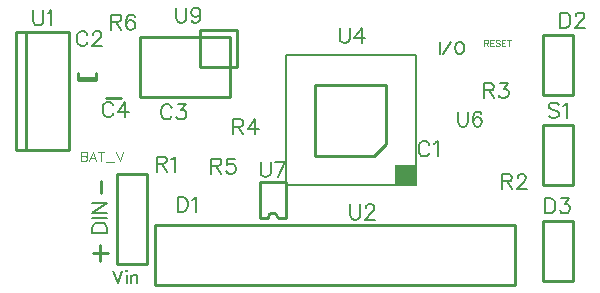
<source format=gbr>
G04 DipTrace 3.0.0.2*
G04 TopSilk.gbr*
%MOIN*%
G04 #@! TF.FileFunction,Legend,Top*
G04 #@! TF.Part,Single*
%ADD10C,0.009843*%
%ADD44C,0.005*%
%ADD75C,0.00772*%
%ADD76C,0.006176*%
%ADD77C,0.003088*%
%ADD79C,0.003281*%
%ADD80C,0.009264*%
%ADD81C,0.010807*%
%FSLAX26Y26*%
G04*
G70*
G90*
G75*
G01*
G04 TopSilk*
%LPD*%
X693944Y1139366D2*
D10*
X631014D1*
X693944Y1131917D2*
X631014D1*
X693944D2*
Y1155476D1*
X631014Y1131917D2*
Y1155476D1*
X775559Y1071186D2*
X724417D1*
X2281404Y1281310D2*
X2181399D1*
Y1081286D1*
X2281404D1*
Y1281310D1*
X2181219Y462411D2*
X2281224D1*
Y662434D1*
X2181219D1*
Y462411D1*
X762484Y518758D2*
X862486D1*
Y818720D1*
X762484D1*
Y518758D1*
X2181219Y781161D2*
X2281224D1*
Y981185D1*
X2181219D1*
Y781161D1*
X424921Y896823D2*
X602087D1*
Y1290524D1*
X424921D1*
Y896823D1*
X460354D2*
Y1290524D1*
X887474Y649921D2*
Y449921D1*
X2087474Y649921D2*
Y449921D1*
X887474D1*
X2087474Y649921D2*
X887474D1*
X1757516Y1214294D2*
D44*
X1324445D1*
Y781223D1*
X1757516D1*
Y1214294D1*
G36*
Y781223D2*
X1690606D1*
Y848132D1*
X1757516D1*
Y781223D1*
G37*
X1619713Y879660D2*
D10*
X1422882D1*
Y1115857D1*
X1659079D1*
Y919026D1*
X1619713Y879660D1*
X1325506Y673077D2*
Y791198D1*
X1238872Y673077D2*
Y791198D1*
X1325506D2*
X1238872D1*
X1325506Y673077D2*
X1297945D1*
X1266433D2*
X1238872D1*
X1297945D2*
G03X1266433Y673077I-15756J-10D01*
G01*
X837469Y1274926D2*
X1137478D1*
Y1074924D1*
X837469D1*
Y1274926D1*
X1037475Y1299924D2*
X1162471D1*
Y1174914D1*
X1037475D1*
Y1299924D1*
X1803383Y915343D2*
D75*
X1801006Y920096D1*
X1796198Y924904D1*
X1791444Y927281D1*
X1781883D1*
X1777074Y924904D1*
X1772321Y920096D1*
X1769889Y915343D1*
X1767513Y908158D1*
Y896164D1*
X1769889Y889034D1*
X1772321Y884226D1*
X1777074Y879473D1*
X1781883Y877041D1*
X1791444D1*
X1796198Y879473D1*
X1801006Y884226D1*
X1803383Y889034D1*
X1818822Y917664D2*
X1823630Y920096D1*
X1830815Y927226D1*
Y877041D1*
X663924Y1283226D2*
X661547Y1287979D1*
X656739Y1292787D1*
X651986Y1295164D1*
X642424D1*
X637616Y1292787D1*
X632863Y1287979D1*
X630431Y1283226D1*
X628054Y1276041D1*
Y1264047D1*
X630431Y1256917D1*
X632863Y1252109D1*
X637616Y1247356D1*
X642424Y1244924D1*
X651986D1*
X656739Y1247356D1*
X661547Y1252109D1*
X663924Y1256917D1*
X681795Y1283170D2*
Y1285547D1*
X684172Y1290356D1*
X686548Y1292732D1*
X691357Y1295109D1*
X700918D1*
X705672Y1292732D1*
X708048Y1290356D1*
X710480Y1285547D1*
Y1280794D1*
X708048Y1275985D1*
X703295Y1268856D1*
X679363Y1244924D1*
X712857D1*
X944756Y1038387D2*
X942379Y1043140D1*
X937571Y1047949D1*
X932818Y1050325D1*
X923256D1*
X918448Y1047949D1*
X913695Y1043140D1*
X911263Y1038387D1*
X908886Y1031202D1*
Y1019209D1*
X911263Y1012079D1*
X913695Y1007270D1*
X918448Y1002517D1*
X923256Y1000085D1*
X932818D1*
X937571Y1002517D1*
X942379Y1007270D1*
X944756Y1012079D1*
X965004Y1050270D2*
X991257D1*
X976942Y1031147D1*
X984127D1*
X988880Y1028770D1*
X991257Y1026394D1*
X993689Y1019209D1*
Y1014455D1*
X991257Y1007270D1*
X986504Y1002462D1*
X979319Y1000085D1*
X972134D1*
X965004Y1002462D1*
X962627Y1004894D1*
X960195Y1009647D1*
X750245Y1047081D2*
X747868Y1051835D1*
X743060Y1056643D1*
X738307Y1059020D1*
X728745D1*
X723937Y1056643D1*
X719183Y1051835D1*
X716752Y1047081D1*
X714375Y1039896D1*
Y1027903D1*
X716752Y1020773D1*
X719183Y1015965D1*
X723937Y1011211D1*
X728745Y1008780D1*
X738307D1*
X743060Y1011211D1*
X747868Y1015965D1*
X750245Y1020773D1*
X789616Y1008780D2*
Y1058964D1*
X765684Y1025526D1*
X801554D1*
X964973Y741964D2*
Y691724D1*
X981719D1*
X988904Y694156D1*
X993713Y698910D1*
X996089Y703718D1*
X998466Y710848D1*
Y722841D1*
X996089Y730026D1*
X993713Y734779D1*
X988904Y739588D1*
X981719Y741964D1*
X964973D1*
X1013905Y732348D2*
X1018714Y734779D1*
X1025899Y741909D1*
Y691724D1*
X2240186Y1356391D2*
Y1306151D1*
X2256933D1*
X2264118Y1308583D1*
X2268926Y1313336D1*
X2271303Y1318144D1*
X2273679Y1325274D1*
Y1337268D1*
X2271303Y1344453D1*
X2268926Y1349206D1*
X2264118Y1354014D1*
X2256933Y1356391D1*
X2240186D1*
X2291550Y1344398D2*
Y1346774D1*
X2293927Y1351583D1*
X2296304Y1353959D1*
X2301112Y1356336D1*
X2310674D1*
X2315427Y1353959D1*
X2317803Y1351583D1*
X2320235Y1346774D1*
Y1342021D1*
X2317803Y1337212D1*
X2313050Y1330083D1*
X2289119Y1306151D1*
X2322612D1*
X2190011Y737516D2*
Y687276D1*
X2206758D1*
X2213943Y689708D1*
X2218752Y694461D1*
X2221128Y699269D1*
X2223505Y706399D1*
Y718392D1*
X2221128Y725577D1*
X2218752Y730331D1*
X2213943Y735139D1*
X2206758Y737516D1*
X2190011D1*
X2243752Y737460D2*
X2270006D1*
X2255691Y718337D1*
X2262876D1*
X2267629Y715961D1*
X2270006Y713584D1*
X2272437Y706399D1*
Y701646D1*
X2270006Y694461D1*
X2265252Y689652D1*
X2258067Y687276D1*
X2250882D1*
X2243752Y689652D1*
X2241376Y692084D1*
X2238944Y696837D1*
X894508Y852379D2*
X916008D1*
X923193Y854811D1*
X925625Y857188D1*
X928001Y861941D1*
Y866749D1*
X925625Y871503D1*
X923193Y873934D1*
X916008Y876311D1*
X894508D1*
Y826071D1*
X911255Y852379D2*
X928001Y826071D1*
X943441Y866694D2*
X948249Y869126D1*
X955434Y876256D1*
Y826071D1*
X2046164Y793900D2*
X2067664D1*
X2074849Y796332D1*
X2077280Y798709D1*
X2079657Y803462D1*
Y808270D1*
X2077280Y813024D1*
X2074849Y815455D1*
X2067664Y817832D1*
X2046164D1*
Y767592D1*
X2062910Y793900D2*
X2079657Y767592D1*
X2097528Y805838D2*
Y808215D1*
X2099905Y813024D1*
X2102281Y815400D1*
X2107090Y817777D1*
X2116651D1*
X2121405Y815400D1*
X2123781Y813024D1*
X2126213Y808215D1*
Y803462D1*
X2123781Y798653D1*
X2119028Y791524D1*
X2095096Y767592D1*
X2128590D1*
X1985487Y1097486D2*
X2006986D1*
X2014171Y1099917D1*
X2016603Y1102294D1*
X2018980Y1107047D1*
Y1111856D1*
X2016603Y1116609D1*
X2014171Y1119041D1*
X2006986Y1121417D1*
X1985487D1*
Y1071177D1*
X2002233Y1097486D2*
X2018980Y1071177D1*
X2039228Y1121362D2*
X2065481D1*
X2051166Y1102239D1*
X2058351D1*
X2063104Y1099862D1*
X2065481Y1097486D1*
X2067912Y1090301D1*
Y1085547D1*
X2065481Y1078362D1*
X2060727Y1073554D1*
X2053542Y1071177D1*
X2046357D1*
X2039228Y1073554D1*
X2036851Y1075986D1*
X2034419Y1080739D1*
X1150450Y976529D2*
X1171950D1*
X1179135Y978961D1*
X1181567Y981337D1*
X1183944Y986090D1*
Y990899D1*
X1181567Y995652D1*
X1179135Y998084D1*
X1171950Y1000461D1*
X1150450D1*
Y950221D1*
X1167197Y976529D2*
X1183944Y950221D1*
X1223315D2*
Y1000405D1*
X1199383Y966967D1*
X1235253D1*
X1076631Y845265D2*
X1098131D1*
X1105316Y847697D1*
X1107748Y850074D1*
X1110124Y854827D1*
Y859635D1*
X1107748Y864388D1*
X1105316Y866820D1*
X1098131Y869197D1*
X1076631D1*
Y818957D1*
X1093378Y845265D2*
X1110124Y818957D1*
X1154248Y869142D2*
X1130372D1*
X1127995Y847642D1*
X1130372Y850018D1*
X1137557Y852450D1*
X1144687D1*
X1151872Y850018D1*
X1156680Y845265D1*
X1159057Y838080D1*
Y833327D1*
X1156680Y826142D1*
X1151872Y821333D1*
X1144687Y818957D1*
X1137557D1*
X1130372Y821333D1*
X1127995Y823765D1*
X1125563Y828518D1*
X743456Y1325287D2*
X764956D1*
X772141Y1327719D1*
X774572Y1330096D1*
X776949Y1334849D1*
Y1339657D1*
X774572Y1344411D1*
X772141Y1346843D1*
X764956Y1349219D1*
X743456D1*
Y1298979D1*
X760202Y1325287D2*
X776949Y1298979D1*
X821073Y1342034D2*
X818697Y1346787D1*
X811512Y1349164D1*
X806758D1*
X799573Y1346787D1*
X794765Y1339602D1*
X792388Y1327664D1*
Y1315726D1*
X794765Y1306164D1*
X799573Y1301356D1*
X806758Y1298979D1*
X809135D1*
X816265Y1301356D1*
X821073Y1306164D1*
X823450Y1313349D1*
Y1315726D1*
X821073Y1322911D1*
X816265Y1327664D1*
X809135Y1330041D1*
X806758D1*
X799573Y1327664D1*
X794765Y1322911D1*
X792388Y1315726D1*
X2234255Y1049081D2*
X2229502Y1053890D1*
X2222316Y1056266D1*
X2212755D1*
X2205570Y1053890D1*
X2200761Y1049081D1*
Y1044328D1*
X2203193Y1039520D1*
X2205570Y1037143D1*
X2210323Y1034766D1*
X2224693Y1029958D1*
X2229502Y1027581D1*
X2231878Y1025150D1*
X2234255Y1020396D1*
Y1013211D1*
X2229502Y1008458D1*
X2222316Y1006026D1*
X2212755D1*
X2205570Y1008458D1*
X2200761Y1013211D1*
X2249694Y1046649D2*
X2254502Y1049081D1*
X2261687Y1056211D1*
Y1006026D1*
X483041Y1363747D2*
Y1327877D1*
X485417Y1320692D1*
X490226Y1315939D1*
X497411Y1313507D1*
X502164D1*
X509349Y1315939D1*
X514158Y1320692D1*
X516534Y1327877D1*
Y1363747D1*
X531973Y1354130D2*
X536782Y1356562D1*
X543967Y1363691D1*
Y1313507D1*
X1540021Y716894D2*
Y681024D1*
X1542397Y673839D1*
X1547206Y669085D1*
X1554391Y666654D1*
X1559144D1*
X1566329Y669085D1*
X1571137Y673839D1*
X1573514Y681024D1*
Y716894D1*
X1591385Y704900D2*
Y707277D1*
X1593762Y712085D1*
X1596138Y714462D1*
X1600947Y716838D1*
X1610508D1*
X1615262Y714462D1*
X1617638Y712085D1*
X1620070Y707277D1*
Y702524D1*
X1617638Y697715D1*
X1612885Y690585D1*
X1588953Y666654D1*
X1622447D1*
X1504830Y1306268D2*
Y1270398D1*
X1507206Y1263213D1*
X1512015Y1258460D1*
X1519200Y1256028D1*
X1523953D1*
X1531138Y1258460D1*
X1535946Y1263213D1*
X1538323Y1270398D1*
Y1306268D1*
X1577694Y1256028D2*
Y1306212D1*
X1553762Y1272774D1*
X1589632D1*
X1899347Y1026398D2*
Y990528D1*
X1901723Y983343D1*
X1906532Y978589D1*
X1913717Y976158D1*
X1918470D1*
X1925655Y978589D1*
X1930464Y983343D1*
X1932840Y990528D1*
Y1026398D1*
X1976964Y1019213D2*
X1974588Y1023966D1*
X1967403Y1026342D1*
X1962649D1*
X1955464Y1023966D1*
X1950656Y1016781D1*
X1948279Y1004842D1*
Y992904D1*
X1950656Y983343D1*
X1955464Y978534D1*
X1962649Y976158D1*
X1965026D1*
X1972156Y978534D1*
X1976964Y983343D1*
X1979341Y990528D1*
Y992904D1*
X1976964Y1000089D1*
X1972156Y1004842D1*
X1965026Y1007219D1*
X1962649D1*
X1955464Y1004842D1*
X1950656Y1000089D1*
X1948279Y992904D1*
X1240976Y858171D2*
Y822301D1*
X1243353Y815116D1*
X1248161Y810362D1*
X1255346Y807931D1*
X1260099D1*
X1267284Y810362D1*
X1272093Y815116D1*
X1274469Y822301D1*
Y858171D1*
X1299470Y807931D2*
X1323402Y858115D1*
X1289909D1*
X959945Y1373147D2*
Y1337277D1*
X962322Y1330092D1*
X967130Y1325339D1*
X974315Y1322907D1*
X979068D1*
X986253Y1325339D1*
X991062Y1330092D1*
X993438Y1337277D1*
Y1373147D1*
X1039994Y1356400D2*
X1037563Y1349215D1*
X1032809Y1344407D1*
X1025624Y1342030D1*
X1023248D1*
X1016063Y1344407D1*
X1011310Y1349215D1*
X1008878Y1356400D1*
Y1358777D1*
X1011310Y1365962D1*
X1016063Y1370715D1*
X1023248Y1373092D1*
X1025624D1*
X1032809Y1370715D1*
X1037563Y1365962D1*
X1039994Y1356400D1*
Y1344407D1*
X1037563Y1332469D1*
X1032809Y1325283D1*
X1025624Y1322907D1*
X1020871D1*
X1013686Y1325283D1*
X1011310Y1330092D1*
X749947Y495747D2*
D76*
X765246Y455555D1*
X780545Y495747D1*
X792896D2*
X794797Y493845D1*
X796743Y495747D1*
X794797Y497692D1*
X792896Y495747D1*
X794797Y482349D2*
Y455555D1*
X809094Y482349D2*
Y455555D1*
Y474700D2*
X814842Y480448D1*
X818689Y482349D1*
X824393D1*
X828240Y480448D1*
X830141Y474700D1*
Y455555D1*
X1986846Y1254772D2*
D77*
X1995446D1*
X1998320Y1255745D1*
X1999292Y1256696D1*
X2000243Y1258597D1*
Y1260520D1*
X1999292Y1262422D1*
X1998320Y1263394D1*
X1995446Y1264345D1*
X1986846D1*
Y1244249D1*
X1993544Y1254772D2*
X2000243Y1244249D1*
X2018843Y1264345D2*
X2006419D1*
Y1244249D1*
X2018843D1*
X2006419Y1254772D2*
X2014068D1*
X2038416Y1261471D2*
X2036515Y1263394D1*
X2033641Y1264345D1*
X2029816D1*
X2026942Y1263394D1*
X2025019Y1261471D1*
Y1259570D1*
X2025992Y1257646D1*
X2026942Y1256696D1*
X2028844Y1255745D1*
X2034592Y1253822D1*
X2036515Y1252871D1*
X2037466Y1251898D1*
X2038416Y1249997D1*
Y1247123D1*
X2036515Y1245222D1*
X2033641Y1244249D1*
X2029816D1*
X2026942Y1245222D1*
X2025019Y1247123D1*
X2057017Y1264345D2*
X2044592D1*
Y1244249D1*
X2057017D1*
X2044592Y1254772D2*
X2052241D1*
X2069891Y1264345D2*
Y1244249D1*
X2063192Y1264345D2*
X2076590D1*
X643727Y892164D2*
D79*
Y862020D1*
X656660D1*
X660971Y863479D1*
X662397Y864905D1*
X663823Y867757D1*
Y872068D1*
X662397Y874953D1*
X660971Y876379D1*
X656660Y877805D1*
X660971Y879264D1*
X662397Y880690D1*
X663823Y883542D1*
Y886427D1*
X662397Y889279D1*
X660971Y890738D1*
X656660Y892164D1*
X643727D1*
Y877805D2*
X656660D1*
X693366Y862020D2*
X681859Y892164D1*
X670385Y862020D1*
X674696Y872068D2*
X689055D1*
X709975Y892164D2*
Y862020D1*
X699927Y892164D2*
X720023D1*
X726585Y857046D2*
X753844D1*
X760406Y892164D2*
X771880Y862020D1*
X783354Y892164D1*
X1837602Y1258333D2*
D76*
Y1218141D1*
X1849954D2*
X1876748Y1258289D1*
X1900596Y1258333D2*
X1896749Y1256432D1*
X1892947Y1252585D1*
X1891001Y1248783D1*
X1889100Y1243035D1*
Y1233440D1*
X1891001Y1227736D1*
X1892947Y1223889D1*
X1896749Y1220087D1*
X1900596Y1218141D1*
X1908245D1*
X1912048Y1220087D1*
X1915894Y1223889D1*
X1917796Y1227736D1*
X1919697Y1233440D1*
Y1243035D1*
X1917796Y1248783D1*
X1915894Y1252585D1*
X1912048Y1256432D1*
X1908245Y1258333D1*
X1900596D1*
X680928Y555429D2*
D80*
X732594D1*
X706794Y529629D2*
X706795Y581295D1*
X679440Y622595D2*
D75*
X729680D1*
Y639342D1*
X727248Y646527D1*
X722495Y651335D1*
X717686Y653712D1*
X710557Y656088D1*
X698563D1*
X691378Y653712D1*
X686625Y651335D1*
X681817Y646527D1*
X679440Y639342D1*
Y622595D1*
Y671528D2*
X729680D1*
X679440Y720460D2*
X729680D1*
X679440Y686967D1*
X729680D1*
X708935Y755402D2*
D81*
Y794091D1*
M02*

</source>
